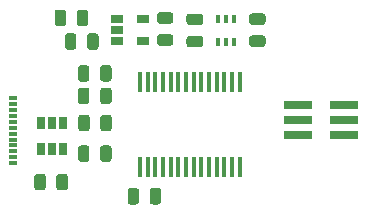
<source format=gbr>
G04 #@! TF.GenerationSoftware,KiCad,Pcbnew,(5.1.6)-1*
G04 #@! TF.CreationDate,2020-08-03T23:14:59+02:00*
G04 #@! TF.ProjectId,Programmer,50726f67-7261-46d6-9d65-722e6b696361,rev?*
G04 #@! TF.SameCoordinates,Original*
G04 #@! TF.FileFunction,Paste,Top*
G04 #@! TF.FilePolarity,Positive*
%FSLAX46Y46*%
G04 Gerber Fmt 4.6, Leading zero omitted, Abs format (unit mm)*
G04 Created by KiCad (PCBNEW (5.1.6)-1) date 2020-08-03 23:14:59*
%MOMM*%
%LPD*%
G01*
G04 APERTURE LIST*
%ADD10R,0.650000X1.060000*%
%ADD11R,0.700000X0.300000*%
%ADD12R,0.450000X1.750000*%
%ADD13R,1.060000X0.650000*%
%ADD14R,0.400000X0.650000*%
%ADD15R,2.400000X0.740000*%
G04 APERTURE END LIST*
D10*
X118400000Y-81100000D03*
X119350000Y-81100000D03*
X117450000Y-81100000D03*
X117450000Y-78900000D03*
X118400000Y-78900000D03*
X119350000Y-78900000D03*
D11*
X115100000Y-81800000D03*
X115100000Y-80300000D03*
X115100000Y-80800000D03*
X115100000Y-81300000D03*
X115100000Y-82300000D03*
X115100000Y-79800000D03*
X115100000Y-79300000D03*
X115100000Y-78800000D03*
X115100000Y-78300000D03*
X115100000Y-77800000D03*
X115100000Y-77300000D03*
X115100000Y-76800000D03*
D12*
X134300000Y-82600000D03*
X133650000Y-82600000D03*
X133000000Y-82600000D03*
X132350000Y-82600000D03*
X131700000Y-82600000D03*
X131050000Y-82600000D03*
X130400000Y-82600000D03*
X129750000Y-82600000D03*
X129100000Y-82600000D03*
X128450000Y-82600000D03*
X127800000Y-82600000D03*
X127150000Y-82600000D03*
X126500000Y-82600000D03*
X125850000Y-82600000D03*
X125850000Y-75400000D03*
X126500000Y-75400000D03*
X127150000Y-75400000D03*
X127800000Y-75400000D03*
X128450000Y-75400000D03*
X129100000Y-75400000D03*
X129750000Y-75400000D03*
X130400000Y-75400000D03*
X131050000Y-75400000D03*
X131700000Y-75400000D03*
X132350000Y-75400000D03*
X133000000Y-75400000D03*
X133650000Y-75400000D03*
X134300000Y-75400000D03*
D13*
X126100000Y-70050000D03*
X126100000Y-71950000D03*
X123900000Y-71950000D03*
X123900000Y-71000000D03*
X123900000Y-70050000D03*
G36*
G01*
X130043750Y-71512500D02*
X130956250Y-71512500D01*
G75*
G02*
X131200000Y-71756250I0J-243750D01*
G01*
X131200000Y-72243750D01*
G75*
G02*
X130956250Y-72487500I-243750J0D01*
G01*
X130043750Y-72487500D01*
G75*
G02*
X129800000Y-72243750I0J243750D01*
G01*
X129800000Y-71756250D01*
G75*
G02*
X130043750Y-71512500I243750J0D01*
G01*
G37*
G36*
G01*
X130043750Y-69637500D02*
X130956250Y-69637500D01*
G75*
G02*
X131200000Y-69881250I0J-243750D01*
G01*
X131200000Y-70368750D01*
G75*
G02*
X130956250Y-70612500I-243750J0D01*
G01*
X130043750Y-70612500D01*
G75*
G02*
X129800000Y-70368750I0J243750D01*
G01*
X129800000Y-69881250D01*
G75*
G02*
X130043750Y-69637500I243750J0D01*
G01*
G37*
G36*
G01*
X136256250Y-70587500D02*
X135343750Y-70587500D01*
G75*
G02*
X135100000Y-70343750I0J243750D01*
G01*
X135100000Y-69856250D01*
G75*
G02*
X135343750Y-69612500I243750J0D01*
G01*
X136256250Y-69612500D01*
G75*
G02*
X136500000Y-69856250I0J-243750D01*
G01*
X136500000Y-70343750D01*
G75*
G02*
X136256250Y-70587500I-243750J0D01*
G01*
G37*
G36*
G01*
X136256250Y-72462500D02*
X135343750Y-72462500D01*
G75*
G02*
X135100000Y-72218750I0J243750D01*
G01*
X135100000Y-71731250D01*
G75*
G02*
X135343750Y-71487500I243750J0D01*
G01*
X136256250Y-71487500D01*
G75*
G02*
X136500000Y-71731250I0J-243750D01*
G01*
X136500000Y-72218750D01*
G75*
G02*
X136256250Y-72462500I-243750J0D01*
G01*
G37*
G36*
G01*
X122487500Y-81956250D02*
X122487500Y-81043750D01*
G75*
G02*
X122731250Y-80800000I243750J0D01*
G01*
X123218750Y-80800000D01*
G75*
G02*
X123462500Y-81043750I0J-243750D01*
G01*
X123462500Y-81956250D01*
G75*
G02*
X123218750Y-82200000I-243750J0D01*
G01*
X122731250Y-82200000D01*
G75*
G02*
X122487500Y-81956250I0J243750D01*
G01*
G37*
G36*
G01*
X120612500Y-81956250D02*
X120612500Y-81043750D01*
G75*
G02*
X120856250Y-80800000I243750J0D01*
G01*
X121343750Y-80800000D01*
G75*
G02*
X121587500Y-81043750I0J-243750D01*
G01*
X121587500Y-81956250D01*
G75*
G02*
X121343750Y-82200000I-243750J0D01*
G01*
X120856250Y-82200000D01*
G75*
G02*
X120612500Y-81956250I0J243750D01*
G01*
G37*
G36*
G01*
X122512500Y-79356250D02*
X122512500Y-78443750D01*
G75*
G02*
X122756250Y-78200000I243750J0D01*
G01*
X123243750Y-78200000D01*
G75*
G02*
X123487500Y-78443750I0J-243750D01*
G01*
X123487500Y-79356250D01*
G75*
G02*
X123243750Y-79600000I-243750J0D01*
G01*
X122756250Y-79600000D01*
G75*
G02*
X122512500Y-79356250I0J243750D01*
G01*
G37*
G36*
G01*
X120637500Y-79356250D02*
X120637500Y-78443750D01*
G75*
G02*
X120881250Y-78200000I243750J0D01*
G01*
X121368750Y-78200000D01*
G75*
G02*
X121612500Y-78443750I0J-243750D01*
G01*
X121612500Y-79356250D01*
G75*
G02*
X121368750Y-79600000I-243750J0D01*
G01*
X120881250Y-79600000D01*
G75*
G02*
X120637500Y-79356250I0J243750D01*
G01*
G37*
G36*
G01*
X117887500Y-83443750D02*
X117887500Y-84356250D01*
G75*
G02*
X117643750Y-84600000I-243750J0D01*
G01*
X117156250Y-84600000D01*
G75*
G02*
X116912500Y-84356250I0J243750D01*
G01*
X116912500Y-83443750D01*
G75*
G02*
X117156250Y-83200000I243750J0D01*
G01*
X117643750Y-83200000D01*
G75*
G02*
X117887500Y-83443750I0J-243750D01*
G01*
G37*
G36*
G01*
X119762500Y-83443750D02*
X119762500Y-84356250D01*
G75*
G02*
X119518750Y-84600000I-243750J0D01*
G01*
X119031250Y-84600000D01*
G75*
G02*
X118787500Y-84356250I0J243750D01*
G01*
X118787500Y-83443750D01*
G75*
G02*
X119031250Y-83200000I243750J0D01*
G01*
X119518750Y-83200000D01*
G75*
G02*
X119762500Y-83443750I0J-243750D01*
G01*
G37*
G36*
G01*
X121587500Y-76143750D02*
X121587500Y-77056250D01*
G75*
G02*
X121343750Y-77300000I-243750J0D01*
G01*
X120856250Y-77300000D01*
G75*
G02*
X120612500Y-77056250I0J243750D01*
G01*
X120612500Y-76143750D01*
G75*
G02*
X120856250Y-75900000I243750J0D01*
G01*
X121343750Y-75900000D01*
G75*
G02*
X121587500Y-76143750I0J-243750D01*
G01*
G37*
G36*
G01*
X123462500Y-76143750D02*
X123462500Y-77056250D01*
G75*
G02*
X123218750Y-77300000I-243750J0D01*
G01*
X122731250Y-77300000D01*
G75*
G02*
X122487500Y-77056250I0J243750D01*
G01*
X122487500Y-76143750D01*
G75*
G02*
X122731250Y-75900000I243750J0D01*
G01*
X123218750Y-75900000D01*
G75*
G02*
X123462500Y-76143750I0J-243750D01*
G01*
G37*
D14*
X132500000Y-70100000D03*
X133800000Y-70100000D03*
X133150000Y-72000000D03*
X133150000Y-70100000D03*
X133800000Y-72000000D03*
X132500000Y-72000000D03*
D15*
X143100000Y-79940000D03*
X139200000Y-79940000D03*
X143100000Y-78670000D03*
X139200000Y-78670000D03*
X143100000Y-77400000D03*
X139200000Y-77400000D03*
G36*
G01*
X119612500Y-69543750D02*
X119612500Y-70456250D01*
G75*
G02*
X119368750Y-70700000I-243750J0D01*
G01*
X118881250Y-70700000D01*
G75*
G02*
X118637500Y-70456250I0J243750D01*
G01*
X118637500Y-69543750D01*
G75*
G02*
X118881250Y-69300000I243750J0D01*
G01*
X119368750Y-69300000D01*
G75*
G02*
X119612500Y-69543750I0J-243750D01*
G01*
G37*
G36*
G01*
X121487500Y-69543750D02*
X121487500Y-70456250D01*
G75*
G02*
X121243750Y-70700000I-243750J0D01*
G01*
X120756250Y-70700000D01*
G75*
G02*
X120512500Y-70456250I0J243750D01*
G01*
X120512500Y-69543750D01*
G75*
G02*
X120756250Y-69300000I243750J0D01*
G01*
X121243750Y-69300000D01*
G75*
G02*
X121487500Y-69543750I0J-243750D01*
G01*
G37*
G36*
G01*
X125787500Y-84643750D02*
X125787500Y-85556250D01*
G75*
G02*
X125543750Y-85800000I-243750J0D01*
G01*
X125056250Y-85800000D01*
G75*
G02*
X124812500Y-85556250I0J243750D01*
G01*
X124812500Y-84643750D01*
G75*
G02*
X125056250Y-84400000I243750J0D01*
G01*
X125543750Y-84400000D01*
G75*
G02*
X125787500Y-84643750I0J-243750D01*
G01*
G37*
G36*
G01*
X127662500Y-84643750D02*
X127662500Y-85556250D01*
G75*
G02*
X127418750Y-85800000I-243750J0D01*
G01*
X126931250Y-85800000D01*
G75*
G02*
X126687500Y-85556250I0J243750D01*
G01*
X126687500Y-84643750D01*
G75*
G02*
X126931250Y-84400000I243750J0D01*
G01*
X127418750Y-84400000D01*
G75*
G02*
X127662500Y-84643750I0J-243750D01*
G01*
G37*
G36*
G01*
X127543750Y-71387500D02*
X128456250Y-71387500D01*
G75*
G02*
X128700000Y-71631250I0J-243750D01*
G01*
X128700000Y-72118750D01*
G75*
G02*
X128456250Y-72362500I-243750J0D01*
G01*
X127543750Y-72362500D01*
G75*
G02*
X127300000Y-72118750I0J243750D01*
G01*
X127300000Y-71631250D01*
G75*
G02*
X127543750Y-71387500I243750J0D01*
G01*
G37*
G36*
G01*
X127543750Y-69512500D02*
X128456250Y-69512500D01*
G75*
G02*
X128700000Y-69756250I0J-243750D01*
G01*
X128700000Y-70243750D01*
G75*
G02*
X128456250Y-70487500I-243750J0D01*
G01*
X127543750Y-70487500D01*
G75*
G02*
X127300000Y-70243750I0J243750D01*
G01*
X127300000Y-69756250D01*
G75*
G02*
X127543750Y-69512500I243750J0D01*
G01*
G37*
G36*
G01*
X120487500Y-71543750D02*
X120487500Y-72456250D01*
G75*
G02*
X120243750Y-72700000I-243750J0D01*
G01*
X119756250Y-72700000D01*
G75*
G02*
X119512500Y-72456250I0J243750D01*
G01*
X119512500Y-71543750D01*
G75*
G02*
X119756250Y-71300000I243750J0D01*
G01*
X120243750Y-71300000D01*
G75*
G02*
X120487500Y-71543750I0J-243750D01*
G01*
G37*
G36*
G01*
X122362500Y-71543750D02*
X122362500Y-72456250D01*
G75*
G02*
X122118750Y-72700000I-243750J0D01*
G01*
X121631250Y-72700000D01*
G75*
G02*
X121387500Y-72456250I0J243750D01*
G01*
X121387500Y-71543750D01*
G75*
G02*
X121631250Y-71300000I243750J0D01*
G01*
X122118750Y-71300000D01*
G75*
G02*
X122362500Y-71543750I0J-243750D01*
G01*
G37*
G36*
G01*
X122487500Y-75156250D02*
X122487500Y-74243750D01*
G75*
G02*
X122731250Y-74000000I243750J0D01*
G01*
X123218750Y-74000000D01*
G75*
G02*
X123462500Y-74243750I0J-243750D01*
G01*
X123462500Y-75156250D01*
G75*
G02*
X123218750Y-75400000I-243750J0D01*
G01*
X122731250Y-75400000D01*
G75*
G02*
X122487500Y-75156250I0J243750D01*
G01*
G37*
G36*
G01*
X120612500Y-75156250D02*
X120612500Y-74243750D01*
G75*
G02*
X120856250Y-74000000I243750J0D01*
G01*
X121343750Y-74000000D01*
G75*
G02*
X121587500Y-74243750I0J-243750D01*
G01*
X121587500Y-75156250D01*
G75*
G02*
X121343750Y-75400000I-243750J0D01*
G01*
X120856250Y-75400000D01*
G75*
G02*
X120612500Y-75156250I0J243750D01*
G01*
G37*
M02*

</source>
